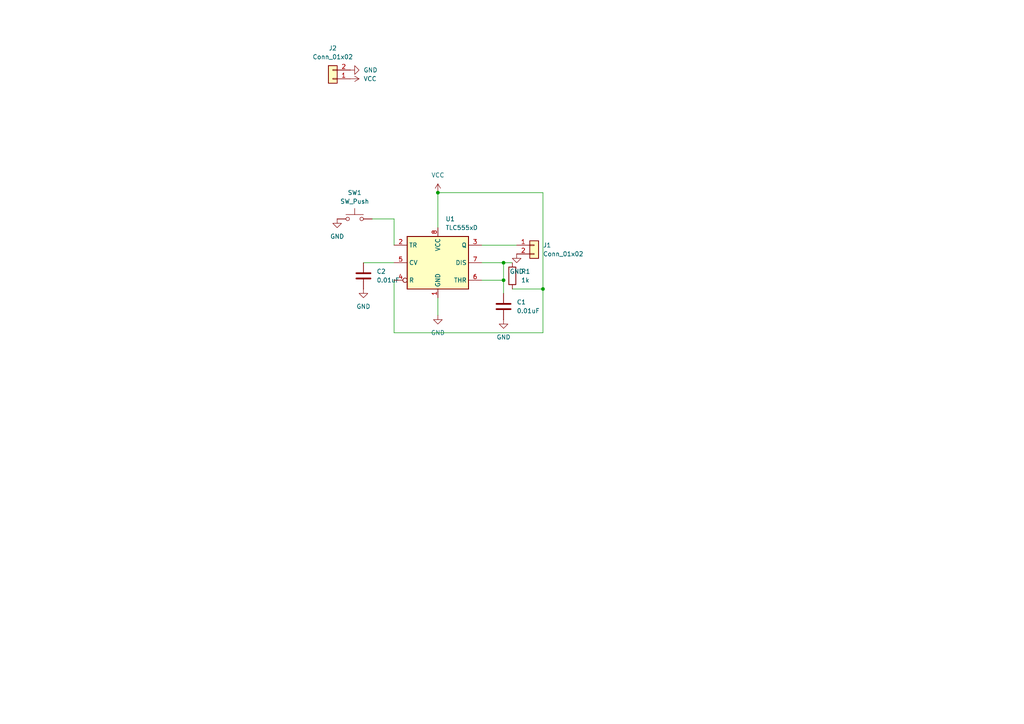
<source format=kicad_sch>
(kicad_sch
	(version 20231120)
	(generator "eeschema")
	(generator_version "8.0")
	(uuid "ca5fc70e-2201-4d36-94a4-8fcc7ded6d39")
	(paper "A4")
	(lib_symbols
		(symbol "Connector_Generic:Conn_01x02"
			(pin_names
				(offset 1.016) hide)
			(exclude_from_sim no)
			(in_bom yes)
			(on_board yes)
			(property "Reference" "J"
				(at 0 2.54 0)
				(effects
					(font
						(size 1.27 1.27)
					)
				)
			)
			(property "Value" "Conn_01x02"
				(at 0 -5.08 0)
				(effects
					(font
						(size 1.27 1.27)
					)
				)
			)
			(property "Footprint" ""
				(at 0 0 0)
				(effects
					(font
						(size 1.27 1.27)
					)
					(hide yes)
				)
			)
			(property "Datasheet" "~"
				(at 0 0 0)
				(effects
					(font
						(size 1.27 1.27)
					)
					(hide yes)
				)
			)
			(property "Description" "Generic connector, single row, 01x02, script generated (kicad-library-utils/schlib/autogen/connector/)"
				(at 0 0 0)
				(effects
					(font
						(size 1.27 1.27)
					)
					(hide yes)
				)
			)
			(property "ki_keywords" "connector"
				(at 0 0 0)
				(effects
					(font
						(size 1.27 1.27)
					)
					(hide yes)
				)
			)
			(property "ki_fp_filters" "Connector*:*_1x??_*"
				(at 0 0 0)
				(effects
					(font
						(size 1.27 1.27)
					)
					(hide yes)
				)
			)
			(symbol "Conn_01x02_1_1"
				(rectangle
					(start -1.27 -2.413)
					(end 0 -2.667)
					(stroke
						(width 0.1524)
						(type default)
					)
					(fill
						(type none)
					)
				)
				(rectangle
					(start -1.27 0.127)
					(end 0 -0.127)
					(stroke
						(width 0.1524)
						(type default)
					)
					(fill
						(type none)
					)
				)
				(rectangle
					(start -1.27 1.27)
					(end 1.27 -3.81)
					(stroke
						(width 0.254)
						(type default)
					)
					(fill
						(type background)
					)
				)
				(pin passive line
					(at -5.08 0 0)
					(length 3.81)
					(name "Pin_1"
						(effects
							(font
								(size 1.27 1.27)
							)
						)
					)
					(number "1"
						(effects
							(font
								(size 1.27 1.27)
							)
						)
					)
				)
				(pin passive line
					(at -5.08 -2.54 0)
					(length 3.81)
					(name "Pin_2"
						(effects
							(font
								(size 1.27 1.27)
							)
						)
					)
					(number "2"
						(effects
							(font
								(size 1.27 1.27)
							)
						)
					)
				)
			)
		)
		(symbol "Device:C"
			(pin_numbers hide)
			(pin_names
				(offset 0.254)
			)
			(exclude_from_sim no)
			(in_bom yes)
			(on_board yes)
			(property "Reference" "C"
				(at 0.635 2.54 0)
				(effects
					(font
						(size 1.27 1.27)
					)
					(justify left)
				)
			)
			(property "Value" "C"
				(at 0.635 -2.54 0)
				(effects
					(font
						(size 1.27 1.27)
					)
					(justify left)
				)
			)
			(property "Footprint" ""
				(at 0.9652 -3.81 0)
				(effects
					(font
						(size 1.27 1.27)
					)
					(hide yes)
				)
			)
			(property "Datasheet" "~"
				(at 0 0 0)
				(effects
					(font
						(size 1.27 1.27)
					)
					(hide yes)
				)
			)
			(property "Description" "Unpolarized capacitor"
				(at 0 0 0)
				(effects
					(font
						(size 1.27 1.27)
					)
					(hide yes)
				)
			)
			(property "ki_keywords" "cap capacitor"
				(at 0 0 0)
				(effects
					(font
						(size 1.27 1.27)
					)
					(hide yes)
				)
			)
			(property "ki_fp_filters" "C_*"
				(at 0 0 0)
				(effects
					(font
						(size 1.27 1.27)
					)
					(hide yes)
				)
			)
			(symbol "C_0_1"
				(polyline
					(pts
						(xy -2.032 -0.762) (xy 2.032 -0.762)
					)
					(stroke
						(width 0.508)
						(type default)
					)
					(fill
						(type none)
					)
				)
				(polyline
					(pts
						(xy -2.032 0.762) (xy 2.032 0.762)
					)
					(stroke
						(width 0.508)
						(type default)
					)
					(fill
						(type none)
					)
				)
			)
			(symbol "C_1_1"
				(pin passive line
					(at 0 3.81 270)
					(length 2.794)
					(name "~"
						(effects
							(font
								(size 1.27 1.27)
							)
						)
					)
					(number "1"
						(effects
							(font
								(size 1.27 1.27)
							)
						)
					)
				)
				(pin passive line
					(at 0 -3.81 90)
					(length 2.794)
					(name "~"
						(effects
							(font
								(size 1.27 1.27)
							)
						)
					)
					(number "2"
						(effects
							(font
								(size 1.27 1.27)
							)
						)
					)
				)
			)
		)
		(symbol "Device:R"
			(pin_numbers hide)
			(pin_names
				(offset 0)
			)
			(exclude_from_sim no)
			(in_bom yes)
			(on_board yes)
			(property "Reference" "R"
				(at 2.032 0 90)
				(effects
					(font
						(size 1.27 1.27)
					)
				)
			)
			(property "Value" "R"
				(at 0 0 90)
				(effects
					(font
						(size 1.27 1.27)
					)
				)
			)
			(property "Footprint" ""
				(at -1.778 0 90)
				(effects
					(font
						(size 1.27 1.27)
					)
					(hide yes)
				)
			)
			(property "Datasheet" "~"
				(at 0 0 0)
				(effects
					(font
						(size 1.27 1.27)
					)
					(hide yes)
				)
			)
			(property "Description" "Resistor"
				(at 0 0 0)
				(effects
					(font
						(size 1.27 1.27)
					)
					(hide yes)
				)
			)
			(property "ki_keywords" "R res resistor"
				(at 0 0 0)
				(effects
					(font
						(size 1.27 1.27)
					)
					(hide yes)
				)
			)
			(property "ki_fp_filters" "R_*"
				(at 0 0 0)
				(effects
					(font
						(size 1.27 1.27)
					)
					(hide yes)
				)
			)
			(symbol "R_0_1"
				(rectangle
					(start -1.016 -2.54)
					(end 1.016 2.54)
					(stroke
						(width 0.254)
						(type default)
					)
					(fill
						(type none)
					)
				)
			)
			(symbol "R_1_1"
				(pin passive line
					(at 0 3.81 270)
					(length 1.27)
					(name "~"
						(effects
							(font
								(size 1.27 1.27)
							)
						)
					)
					(number "1"
						(effects
							(font
								(size 1.27 1.27)
							)
						)
					)
				)
				(pin passive line
					(at 0 -3.81 90)
					(length 1.27)
					(name "~"
						(effects
							(font
								(size 1.27 1.27)
							)
						)
					)
					(number "2"
						(effects
							(font
								(size 1.27 1.27)
							)
						)
					)
				)
			)
		)
		(symbol "Switch:SW_Push"
			(pin_numbers hide)
			(pin_names
				(offset 1.016) hide)
			(exclude_from_sim no)
			(in_bom yes)
			(on_board yes)
			(property "Reference" "SW"
				(at 1.27 2.54 0)
				(effects
					(font
						(size 1.27 1.27)
					)
					(justify left)
				)
			)
			(property "Value" "SW_Push"
				(at 0 -1.524 0)
				(effects
					(font
						(size 1.27 1.27)
					)
				)
			)
			(property "Footprint" ""
				(at 0 5.08 0)
				(effects
					(font
						(size 1.27 1.27)
					)
					(hide yes)
				)
			)
			(property "Datasheet" "~"
				(at 0 5.08 0)
				(effects
					(font
						(size 1.27 1.27)
					)
					(hide yes)
				)
			)
			(property "Description" "Push button switch, generic, two pins"
				(at 0 0 0)
				(effects
					(font
						(size 1.27 1.27)
					)
					(hide yes)
				)
			)
			(property "ki_keywords" "switch normally-open pushbutton push-button"
				(at 0 0 0)
				(effects
					(font
						(size 1.27 1.27)
					)
					(hide yes)
				)
			)
			(symbol "SW_Push_0_1"
				(circle
					(center -2.032 0)
					(radius 0.508)
					(stroke
						(width 0)
						(type default)
					)
					(fill
						(type none)
					)
				)
				(polyline
					(pts
						(xy 0 1.27) (xy 0 3.048)
					)
					(stroke
						(width 0)
						(type default)
					)
					(fill
						(type none)
					)
				)
				(polyline
					(pts
						(xy 2.54 1.27) (xy -2.54 1.27)
					)
					(stroke
						(width 0)
						(type default)
					)
					(fill
						(type none)
					)
				)
				(circle
					(center 2.032 0)
					(radius 0.508)
					(stroke
						(width 0)
						(type default)
					)
					(fill
						(type none)
					)
				)
				(pin passive line
					(at -5.08 0 0)
					(length 2.54)
					(name "1"
						(effects
							(font
								(size 1.27 1.27)
							)
						)
					)
					(number "1"
						(effects
							(font
								(size 1.27 1.27)
							)
						)
					)
				)
				(pin passive line
					(at 5.08 0 180)
					(length 2.54)
					(name "2"
						(effects
							(font
								(size 1.27 1.27)
							)
						)
					)
					(number "2"
						(effects
							(font
								(size 1.27 1.27)
							)
						)
					)
				)
			)
		)
		(symbol "Timer:TLC555xD"
			(exclude_from_sim no)
			(in_bom yes)
			(on_board yes)
			(property "Reference" "U"
				(at -10.16 8.89 0)
				(effects
					(font
						(size 1.27 1.27)
					)
					(justify left)
				)
			)
			(property "Value" "TLC555xD"
				(at 2.54 8.89 0)
				(effects
					(font
						(size 1.27 1.27)
					)
					(justify left)
				)
			)
			(property "Footprint" "Package_SO:SOIC-8_3.9x4.9mm_P1.27mm"
				(at 21.59 -10.16 0)
				(effects
					(font
						(size 1.27 1.27)
					)
					(hide yes)
				)
			)
			(property "Datasheet" "http://www.ti.com/lit/ds/symlink/tlc555.pdf"
				(at 21.59 -10.16 0)
				(effects
					(font
						(size 1.27 1.27)
					)
					(hide yes)
				)
			)
			(property "Description" "Single LinCMOS Timer, 555 compatible, SOIC-8"
				(at 0 0 0)
				(effects
					(font
						(size 1.27 1.27)
					)
					(hide yes)
				)
			)
			(property "ki_keywords" "single timer 555"
				(at 0 0 0)
				(effects
					(font
						(size 1.27 1.27)
					)
					(hide yes)
				)
			)
			(property "ki_fp_filters" "SOIC*3.9x4.9mm*P1.27mm*"
				(at 0 0 0)
				(effects
					(font
						(size 1.27 1.27)
					)
					(hide yes)
				)
			)
			(symbol "TLC555xD_0_0"
				(pin power_in line
					(at 0 -10.16 90)
					(length 2.54)
					(name "GND"
						(effects
							(font
								(size 1.27 1.27)
							)
						)
					)
					(number "1"
						(effects
							(font
								(size 1.27 1.27)
							)
						)
					)
				)
				(pin power_in line
					(at 0 10.16 270)
					(length 2.54)
					(name "VCC"
						(effects
							(font
								(size 1.27 1.27)
							)
						)
					)
					(number "8"
						(effects
							(font
								(size 1.27 1.27)
							)
						)
					)
				)
			)
			(symbol "TLC555xD_0_1"
				(rectangle
					(start -8.89 -7.62)
					(end 8.89 7.62)
					(stroke
						(width 0.254)
						(type default)
					)
					(fill
						(type background)
					)
				)
				(rectangle
					(start -8.89 -7.62)
					(end 8.89 7.62)
					(stroke
						(width 0.254)
						(type default)
					)
					(fill
						(type background)
					)
				)
			)
			(symbol "TLC555xD_1_1"
				(pin input line
					(at -12.7 5.08 0)
					(length 3.81)
					(name "TR"
						(effects
							(font
								(size 1.27 1.27)
							)
						)
					)
					(number "2"
						(effects
							(font
								(size 1.27 1.27)
							)
						)
					)
				)
				(pin output line
					(at 12.7 5.08 180)
					(length 3.81)
					(name "Q"
						(effects
							(font
								(size 1.27 1.27)
							)
						)
					)
					(number "3"
						(effects
							(font
								(size 1.27 1.27)
							)
						)
					)
				)
				(pin input inverted
					(at -12.7 -5.08 0)
					(length 3.81)
					(name "R"
						(effects
							(font
								(size 1.27 1.27)
							)
						)
					)
					(number "4"
						(effects
							(font
								(size 1.27 1.27)
							)
						)
					)
				)
				(pin input line
					(at -12.7 0 0)
					(length 3.81)
					(name "CV"
						(effects
							(font
								(size 1.27 1.27)
							)
						)
					)
					(number "5"
						(effects
							(font
								(size 1.27 1.27)
							)
						)
					)
				)
				(pin input line
					(at 12.7 -5.08 180)
					(length 3.81)
					(name "THR"
						(effects
							(font
								(size 1.27 1.27)
							)
						)
					)
					(number "6"
						(effects
							(font
								(size 1.27 1.27)
							)
						)
					)
				)
				(pin input line
					(at 12.7 0 180)
					(length 3.81)
					(name "DIS"
						(effects
							(font
								(size 1.27 1.27)
							)
						)
					)
					(number "7"
						(effects
							(font
								(size 1.27 1.27)
							)
						)
					)
				)
			)
		)
		(symbol "power:GND"
			(power)
			(pin_numbers hide)
			(pin_names
				(offset 0) hide)
			(exclude_from_sim no)
			(in_bom yes)
			(on_board yes)
			(property "Reference" "#PWR"
				(at 0 -6.35 0)
				(effects
					(font
						(size 1.27 1.27)
					)
					(hide yes)
				)
			)
			(property "Value" "GND"
				(at 0 -3.81 0)
				(effects
					(font
						(size 1.27 1.27)
					)
				)
			)
			(property "Footprint" ""
				(at 0 0 0)
				(effects
					(font
						(size 1.27 1.27)
					)
					(hide yes)
				)
			)
			(property "Datasheet" ""
				(at 0 0 0)
				(effects
					(font
						(size 1.27 1.27)
					)
					(hide yes)
				)
			)
			(property "Description" "Power symbol creates a global label with name \"GND\" , ground"
				(at 0 0 0)
				(effects
					(font
						(size 1.27 1.27)
					)
					(hide yes)
				)
			)
			(property "ki_keywords" "global power"
				(at 0 0 0)
				(effects
					(font
						(size 1.27 1.27)
					)
					(hide yes)
				)
			)
			(symbol "GND_0_1"
				(polyline
					(pts
						(xy 0 0) (xy 0 -1.27) (xy 1.27 -1.27) (xy 0 -2.54) (xy -1.27 -1.27) (xy 0 -1.27)
					)
					(stroke
						(width 0)
						(type default)
					)
					(fill
						(type none)
					)
				)
			)
			(symbol "GND_1_1"
				(pin power_in line
					(at 0 0 270)
					(length 0)
					(name "~"
						(effects
							(font
								(size 1.27 1.27)
							)
						)
					)
					(number "1"
						(effects
							(font
								(size 1.27 1.27)
							)
						)
					)
				)
			)
		)
		(symbol "power:VCC"
			(power)
			(pin_numbers hide)
			(pin_names
				(offset 0) hide)
			(exclude_from_sim no)
			(in_bom yes)
			(on_board yes)
			(property "Reference" "#PWR"
				(at 0 -3.81 0)
				(effects
					(font
						(size 1.27 1.27)
					)
					(hide yes)
				)
			)
			(property "Value" "VCC"
				(at 0 3.556 0)
				(effects
					(font
						(size 1.27 1.27)
					)
				)
			)
			(property "Footprint" ""
				(at 0 0 0)
				(effects
					(font
						(size 1.27 1.27)
					)
					(hide yes)
				)
			)
			(property "Datasheet" ""
				(at 0 0 0)
				(effects
					(font
						(size 1.27 1.27)
					)
					(hide yes)
				)
			)
			(property "Description" "Power symbol creates a global label with name \"VCC\""
				(at 0 0 0)
				(effects
					(font
						(size 1.27 1.27)
					)
					(hide yes)
				)
			)
			(property "ki_keywords" "global power"
				(at 0 0 0)
				(effects
					(font
						(size 1.27 1.27)
					)
					(hide yes)
				)
			)
			(symbol "VCC_0_1"
				(polyline
					(pts
						(xy -0.762 1.27) (xy 0 2.54)
					)
					(stroke
						(width 0)
						(type default)
					)
					(fill
						(type none)
					)
				)
				(polyline
					(pts
						(xy 0 0) (xy 0 2.54)
					)
					(stroke
						(width 0)
						(type default)
					)
					(fill
						(type none)
					)
				)
				(polyline
					(pts
						(xy 0 2.54) (xy 0.762 1.27)
					)
					(stroke
						(width 0)
						(type default)
					)
					(fill
						(type none)
					)
				)
			)
			(symbol "VCC_1_1"
				(pin power_in line
					(at 0 0 90)
					(length 0)
					(name "~"
						(effects
							(font
								(size 1.27 1.27)
							)
						)
					)
					(number "1"
						(effects
							(font
								(size 1.27 1.27)
							)
						)
					)
				)
			)
		)
	)
	(junction
		(at 146.05 76.2)
		(diameter 0)
		(color 0 0 0 0)
		(uuid "60331fc7-6359-4512-a2a3-77eb38b55a99")
	)
	(junction
		(at 127 55.88)
		(diameter 0)
		(color 0 0 0 0)
		(uuid "bf55870f-0eab-4525-9f9b-c3057cff052c")
	)
	(junction
		(at 157.48 83.82)
		(diameter 0)
		(color 0 0 0 0)
		(uuid "c0897893-3123-46d1-ad3f-59327fc695a2")
	)
	(junction
		(at 146.05 81.28)
		(diameter 0)
		(color 0 0 0 0)
		(uuid "e90df725-7808-49b3-9d9f-79dbe42120f0")
	)
	(wire
		(pts
			(xy 157.48 83.82) (xy 157.48 55.88)
		)
		(stroke
			(width 0)
			(type default)
		)
		(uuid "17b56c24-7910-44b7-85cc-f55eb7f46c27")
	)
	(wire
		(pts
			(xy 148.59 83.82) (xy 157.48 83.82)
		)
		(stroke
			(width 0)
			(type default)
		)
		(uuid "3f3f17d6-e908-441b-b261-5221e78a0c42")
	)
	(wire
		(pts
			(xy 146.05 81.28) (xy 146.05 85.09)
		)
		(stroke
			(width 0)
			(type default)
		)
		(uuid "484ad8af-cd38-4fde-83b1-4fb11c80a2a7")
	)
	(wire
		(pts
			(xy 107.95 63.5) (xy 114.3 63.5)
		)
		(stroke
			(width 0)
			(type default)
		)
		(uuid "510fa4d1-fea1-4116-ac93-7e8f1bb7bc7e")
	)
	(wire
		(pts
			(xy 139.7 71.12) (xy 149.86 71.12)
		)
		(stroke
			(width 0)
			(type default)
		)
		(uuid "56583345-1015-44cd-890e-1183500443fd")
	)
	(wire
		(pts
			(xy 114.3 96.52) (xy 157.48 96.52)
		)
		(stroke
			(width 0)
			(type default)
		)
		(uuid "5e48f0b0-7acc-4bb8-9e7c-6ded43da55e4")
	)
	(wire
		(pts
			(xy 127 55.88) (xy 157.48 55.88)
		)
		(stroke
			(width 0)
			(type default)
		)
		(uuid "88c1db89-b94c-42a4-8074-1e214b5d75e2")
	)
	(wire
		(pts
			(xy 114.3 63.5) (xy 114.3 71.12)
		)
		(stroke
			(width 0)
			(type default)
		)
		(uuid "940746bd-fde7-45b0-8ec8-2b6c2eb730bb")
	)
	(wire
		(pts
			(xy 146.05 76.2) (xy 148.59 76.2)
		)
		(stroke
			(width 0)
			(type default)
		)
		(uuid "a2f5ee60-e6a5-4e15-a6e2-3d9986753acf")
	)
	(wire
		(pts
			(xy 127 55.88) (xy 127 66.04)
		)
		(stroke
			(width 0)
			(type default)
		)
		(uuid "b43c2cd2-da9e-48cb-bae5-4b465f6d78a8")
	)
	(wire
		(pts
			(xy 127 86.36) (xy 127 91.44)
		)
		(stroke
			(width 0)
			(type default)
		)
		(uuid "c27507e8-ccdb-4615-b49b-9fe4309ea17d")
	)
	(wire
		(pts
			(xy 146.05 81.28) (xy 139.7 81.28)
		)
		(stroke
			(width 0)
			(type default)
		)
		(uuid "c84d4c7d-368a-411c-a5a3-3c9ea1b8cada")
	)
	(wire
		(pts
			(xy 157.48 96.52) (xy 157.48 83.82)
		)
		(stroke
			(width 0)
			(type default)
		)
		(uuid "c99efb8b-94a0-4937-997b-3dc838eb32d1")
	)
	(wire
		(pts
			(xy 146.05 76.2) (xy 146.05 81.28)
		)
		(stroke
			(width 0)
			(type default)
		)
		(uuid "e4990d53-d09f-4127-ada6-31456588c583")
	)
	(wire
		(pts
			(xy 139.7 76.2) (xy 146.05 76.2)
		)
		(stroke
			(width 0)
			(type default)
		)
		(uuid "ed484cfc-738d-4a93-9c2a-1aafb36cdde7")
	)
	(wire
		(pts
			(xy 105.41 76.2) (xy 114.3 76.2)
		)
		(stroke
			(width 0)
			(type default)
		)
		(uuid "f6656518-2e4b-411b-afeb-5735d25c04c7")
	)
	(wire
		(pts
			(xy 114.3 81.28) (xy 114.3 96.52)
		)
		(stroke
			(width 0)
			(type default)
		)
		(uuid "ff089fdb-264c-4b21-9329-a278cb773600")
	)
	(symbol
		(lib_id "power:VCC")
		(at 101.6 22.86 270)
		(unit 1)
		(exclude_from_sim no)
		(in_bom yes)
		(on_board yes)
		(dnp no)
		(fields_autoplaced yes)
		(uuid "20df21c4-5695-4a44-b786-0508fe54b9da")
		(property "Reference" "#PWR08"
			(at 97.79 22.86 0)
			(effects
				(font
					(size 1.27 1.27)
				)
				(hide yes)
			)
		)
		(property "Value" "VCC"
			(at 105.41 22.8599 90)
			(effects
				(font
					(size 1.27 1.27)
				)
				(justify left)
			)
		)
		(property "Footprint" ""
			(at 101.6 22.86 0)
			(effects
				(font
					(size 1.27 1.27)
				)
				(hide yes)
			)
		)
		(property "Datasheet" ""
			(at 101.6 22.86 0)
			(effects
				(font
					(size 1.27 1.27)
				)
				(hide yes)
			)
		)
		(property "Description" "Power symbol creates a global label with name \"VCC\""
			(at 101.6 22.86 0)
			(effects
				(font
					(size 1.27 1.27)
				)
				(hide yes)
			)
		)
		(pin "1"
			(uuid "8994ec3e-2def-44d2-bca4-9362fe23aaf8")
		)
		(instances
			(project ""
				(path "/ca5fc70e-2201-4d36-94a4-8fcc7ded6d39"
					(reference "#PWR08")
					(unit 1)
				)
			)
		)
	)
	(symbol
		(lib_id "Connector_Generic:Conn_01x02")
		(at 96.52 22.86 180)
		(unit 1)
		(exclude_from_sim no)
		(in_bom yes)
		(on_board yes)
		(dnp no)
		(fields_autoplaced yes)
		(uuid "25d46277-d30b-4448-af0c-5fc1d7e3903c")
		(property "Reference" "J2"
			(at 96.52 13.97 0)
			(effects
				(font
					(size 1.27 1.27)
				)
			)
		)
		(property "Value" "Conn_01x02"
			(at 96.52 16.51 0)
			(effects
				(font
					(size 1.27 1.27)
				)
			)
		)
		(property "Footprint" "chris_footprint:output connector"
			(at 96.52 22.86 0)
			(effects
				(font
					(size 1.27 1.27)
				)
				(hide yes)
			)
		)
		(property "Datasheet" "~"
			(at 96.52 22.86 0)
			(effects
				(font
					(size 1.27 1.27)
				)
				(hide yes)
			)
		)
		(property "Description" "Generic connector, single row, 01x02, script generated (kicad-library-utils/schlib/autogen/connector/)"
			(at 96.52 22.86 0)
			(effects
				(font
					(size 1.27 1.27)
				)
				(hide yes)
			)
		)
		(pin "1"
			(uuid "e1c0aad7-eb6f-4c38-9d46-a8d342c23c11")
		)
		(pin "2"
			(uuid "5cdd3ff9-b10f-4daf-b3b1-27c502e827a6")
		)
		(instances
			(project "monostable"
				(path "/ca5fc70e-2201-4d36-94a4-8fcc7ded6d39"
					(reference "J2")
					(unit 1)
				)
			)
		)
	)
	(symbol
		(lib_id "Connector_Generic:Conn_01x02")
		(at 154.94 71.12 0)
		(unit 1)
		(exclude_from_sim no)
		(in_bom yes)
		(on_board yes)
		(dnp no)
		(fields_autoplaced yes)
		(uuid "2cd8850f-5fb1-4c21-b5b6-63bf0199be4b")
		(property "Reference" "J1"
			(at 157.48 71.1199 0)
			(effects
				(font
					(size 1.27 1.27)
				)
				(justify left)
			)
		)
		(property "Value" "Conn_01x02"
			(at 157.48 73.6599 0)
			(effects
				(font
					(size 1.27 1.27)
				)
				(justify left)
			)
		)
		(property "Footprint" "chris_footprint:output connector"
			(at 154.94 71.12 0)
			(effects
				(font
					(size 1.27 1.27)
				)
				(hide yes)
			)
		)
		(property "Datasheet" "~"
			(at 154.94 71.12 0)
			(effects
				(font
					(size 1.27 1.27)
				)
				(hide yes)
			)
		)
		(property "Description" "Generic connector, single row, 01x02, script generated (kicad-library-utils/schlib/autogen/connector/)"
			(at 154.94 71.12 0)
			(effects
				(font
					(size 1.27 1.27)
				)
				(hide yes)
			)
		)
		(pin "1"
			(uuid "32585a39-65a2-4cea-bfd9-15532cde44a0")
		)
		(pin "2"
			(uuid "cb3edec8-244b-45aa-b641-4c7da40426ff")
		)
		(instances
			(project ""
				(path "/ca5fc70e-2201-4d36-94a4-8fcc7ded6d39"
					(reference "J1")
					(unit 1)
				)
			)
		)
	)
	(symbol
		(lib_id "power:VCC")
		(at 127 55.88 0)
		(unit 1)
		(exclude_from_sim no)
		(in_bom yes)
		(on_board yes)
		(dnp no)
		(fields_autoplaced yes)
		(uuid "377e5796-9dc3-4d80-b954-cbc19d945d1f")
		(property "Reference" "#PWR04"
			(at 127 59.69 0)
			(effects
				(font
					(size 1.27 1.27)
				)
				(hide yes)
			)
		)
		(property "Value" "VCC"
			(at 127 50.8 0)
			(effects
				(font
					(size 1.27 1.27)
				)
			)
		)
		(property "Footprint" ""
			(at 127 55.88 0)
			(effects
				(font
					(size 1.27 1.27)
				)
				(hide yes)
			)
		)
		(property "Datasheet" ""
			(at 127 55.88 0)
			(effects
				(font
					(size 1.27 1.27)
				)
				(hide yes)
			)
		)
		(property "Description" "Power symbol creates a global label with name \"VCC\""
			(at 127 55.88 0)
			(effects
				(font
					(size 1.27 1.27)
				)
				(hide yes)
			)
		)
		(pin "1"
			(uuid "2593c119-3bbf-4605-a254-0c72b4fff27a")
		)
		(instances
			(project ""
				(path "/ca5fc70e-2201-4d36-94a4-8fcc7ded6d39"
					(reference "#PWR04")
					(unit 1)
				)
			)
		)
	)
	(symbol
		(lib_id "power:GND")
		(at 101.6 20.32 90)
		(unit 1)
		(exclude_from_sim no)
		(in_bom yes)
		(on_board yes)
		(dnp no)
		(fields_autoplaced yes)
		(uuid "4a8c0473-a974-4abc-bae1-101bc1635652")
		(property "Reference" "#PWR07"
			(at 107.95 20.32 0)
			(effects
				(font
					(size 1.27 1.27)
				)
				(hide yes)
			)
		)
		(property "Value" "GND"
			(at 105.41 20.3199 90)
			(effects
				(font
					(size 1.27 1.27)
				)
				(justify right)
			)
		)
		(property "Footprint" ""
			(at 101.6 20.32 0)
			(effects
				(font
					(size 1.27 1.27)
				)
				(hide yes)
			)
		)
		(property "Datasheet" ""
			(at 101.6 20.32 0)
			(effects
				(font
					(size 1.27 1.27)
				)
				(hide yes)
			)
		)
		(property "Description" "Power symbol creates a global label with name \"GND\" , ground"
			(at 101.6 20.32 0)
			(effects
				(font
					(size 1.27 1.27)
				)
				(hide yes)
			)
		)
		(pin "1"
			(uuid "e6ae6a58-ef9b-4392-91b7-796ab079873e")
		)
		(instances
			(project "monostable"
				(path "/ca5fc70e-2201-4d36-94a4-8fcc7ded6d39"
					(reference "#PWR07")
					(unit 1)
				)
			)
		)
	)
	(symbol
		(lib_id "power:GND")
		(at 127 91.44 0)
		(unit 1)
		(exclude_from_sim no)
		(in_bom yes)
		(on_board yes)
		(dnp no)
		(fields_autoplaced yes)
		(uuid "7272422f-63bd-4647-8b71-89198c026628")
		(property "Reference" "#PWR01"
			(at 127 97.79 0)
			(effects
				(font
					(size 1.27 1.27)
				)
				(hide yes)
			)
		)
		(property "Value" "GND"
			(at 127 96.52 0)
			(effects
				(font
					(size 1.27 1.27)
				)
			)
		)
		(property "Footprint" ""
			(at 127 91.44 0)
			(effects
				(font
					(size 1.27 1.27)
				)
				(hide yes)
			)
		)
		(property "Datasheet" ""
			(at 127 91.44 0)
			(effects
				(font
					(size 1.27 1.27)
				)
				(hide yes)
			)
		)
		(property "Description" "Power symbol creates a global label with name \"GND\" , ground"
			(at 127 91.44 0)
			(effects
				(font
					(size 1.27 1.27)
				)
				(hide yes)
			)
		)
		(pin "1"
			(uuid "c191cf87-434c-4246-8db9-53d2f47818c6")
		)
		(instances
			(project "monostable"
				(path "/ca5fc70e-2201-4d36-94a4-8fcc7ded6d39"
					(reference "#PWR01")
					(unit 1)
				)
			)
		)
	)
	(symbol
		(lib_id "power:GND")
		(at 97.79 63.5 0)
		(unit 1)
		(exclude_from_sim no)
		(in_bom yes)
		(on_board yes)
		(dnp no)
		(fields_autoplaced yes)
		(uuid "78d31034-d154-4f30-8ab0-fa5486ad7d03")
		(property "Reference" "#PWR06"
			(at 97.79 69.85 0)
			(effects
				(font
					(size 1.27 1.27)
				)
				(hide yes)
			)
		)
		(property "Value" "GND"
			(at 97.79 68.58 0)
			(effects
				(font
					(size 1.27 1.27)
				)
			)
		)
		(property "Footprint" ""
			(at 97.79 63.5 0)
			(effects
				(font
					(size 1.27 1.27)
				)
				(hide yes)
			)
		)
		(property "Datasheet" ""
			(at 97.79 63.5 0)
			(effects
				(font
					(size 1.27 1.27)
				)
				(hide yes)
			)
		)
		(property "Description" "Power symbol creates a global label with name \"GND\" , ground"
			(at 97.79 63.5 0)
			(effects
				(font
					(size 1.27 1.27)
				)
				(hide yes)
			)
		)
		(pin "1"
			(uuid "fc1b7a0b-dcfb-48fd-80bb-768024d49dcf")
		)
		(instances
			(project ""
				(path "/ca5fc70e-2201-4d36-94a4-8fcc7ded6d39"
					(reference "#PWR06")
					(unit 1)
				)
			)
		)
	)
	(symbol
		(lib_id "power:GND")
		(at 146.05 92.71 0)
		(unit 1)
		(exclude_from_sim no)
		(in_bom yes)
		(on_board yes)
		(dnp no)
		(fields_autoplaced yes)
		(uuid "7e65ae0f-cf4c-48c5-86f6-152c213edd86")
		(property "Reference" "#PWR03"
			(at 146.05 99.06 0)
			(effects
				(font
					(size 1.27 1.27)
				)
				(hide yes)
			)
		)
		(property "Value" "GND"
			(at 146.05 97.79 0)
			(effects
				(font
					(size 1.27 1.27)
				)
			)
		)
		(property "Footprint" ""
			(at 146.05 92.71 0)
			(effects
				(font
					(size 1.27 1.27)
				)
				(hide yes)
			)
		)
		(property "Datasheet" ""
			(at 146.05 92.71 0)
			(effects
				(font
					(size 1.27 1.27)
				)
				(hide yes)
			)
		)
		(property "Description" "Power symbol creates a global label with name \"GND\" , ground"
			(at 146.05 92.71 0)
			(effects
				(font
					(size 1.27 1.27)
				)
				(hide yes)
			)
		)
		(pin "1"
			(uuid "24e6913b-b63c-45c7-b675-21b5683cdfa1")
		)
		(instances
			(project ""
				(path "/ca5fc70e-2201-4d36-94a4-8fcc7ded6d39"
					(reference "#PWR03")
					(unit 1)
				)
			)
		)
	)
	(symbol
		(lib_id "power:GND")
		(at 149.86 73.66 0)
		(unit 1)
		(exclude_from_sim no)
		(in_bom yes)
		(on_board yes)
		(dnp no)
		(fields_autoplaced yes)
		(uuid "a1bd95a7-a4cf-4279-a278-eb7ee604a884")
		(property "Reference" "#PWR02"
			(at 149.86 80.01 0)
			(effects
				(font
					(size 1.27 1.27)
				)
				(hide yes)
			)
		)
		(property "Value" "GND"
			(at 149.86 78.74 0)
			(effects
				(font
					(size 1.27 1.27)
				)
			)
		)
		(property "Footprint" ""
			(at 149.86 73.66 0)
			(effects
				(font
					(size 1.27 1.27)
				)
				(hide yes)
			)
		)
		(property "Datasheet" ""
			(at 149.86 73.66 0)
			(effects
				(font
					(size 1.27 1.27)
				)
				(hide yes)
			)
		)
		(property "Description" "Power symbol creates a global label with name \"GND\" , ground"
			(at 149.86 73.66 0)
			(effects
				(font
					(size 1.27 1.27)
				)
				(hide yes)
			)
		)
		(pin "1"
			(uuid "1c880c21-8105-419e-a255-73c60f901b9f")
		)
		(instances
			(project ""
				(path "/ca5fc70e-2201-4d36-94a4-8fcc7ded6d39"
					(reference "#PWR02")
					(unit 1)
				)
			)
		)
	)
	(symbol
		(lib_id "Switch:SW_Push")
		(at 102.87 63.5 0)
		(unit 1)
		(exclude_from_sim no)
		(in_bom yes)
		(on_board yes)
		(dnp no)
		(fields_autoplaced yes)
		(uuid "d208bad1-705e-45e6-b4cc-ae0e47de6d35")
		(property "Reference" "SW1"
			(at 102.87 55.88 0)
			(effects
				(font
					(size 1.27 1.27)
				)
			)
		)
		(property "Value" "SW_Push"
			(at 102.87 58.42 0)
			(effects
				(font
					(size 1.27 1.27)
				)
			)
		)
		(property "Footprint" "PTS815_SJM_250_SMTR_LFS:SW4_PTS815 SJM 250 SMTR LFS_CNK"
			(at 102.87 58.42 0)
			(effects
				(font
					(size 1.27 1.27)
				)
				(hide yes)
			)
		)
		(property "Datasheet" "~"
			(at 102.87 58.42 0)
			(effects
				(font
					(size 1.27 1.27)
				)
				(hide yes)
			)
		)
		(property "Description" "Push button switch, generic, two pins"
			(at 102.87 63.5 0)
			(effects
				(font
					(size 1.27 1.27)
				)
				(hide yes)
			)
		)
		(pin "1"
			(uuid "ae550591-aef0-408d-9a6e-667d5343c6e5")
		)
		(pin "2"
			(uuid "c644e0d6-2f81-4891-9483-7bcd0a2f1bb4")
		)
		(instances
			(project ""
				(path "/ca5fc70e-2201-4d36-94a4-8fcc7ded6d39"
					(reference "SW1")
					(unit 1)
				)
			)
		)
	)
	(symbol
		(lib_id "Timer:TLC555xD")
		(at 127 76.2 0)
		(unit 1)
		(exclude_from_sim no)
		(in_bom yes)
		(on_board yes)
		(dnp no)
		(fields_autoplaced yes)
		(uuid "e21a2f0d-920f-44d8-936e-bcfa16e989d1")
		(property "Reference" "U1"
			(at 129.1941 63.5 0)
			(effects
				(font
					(size 1.27 1.27)
				)
				(justify left)
			)
		)
		(property "Value" "TLC555xD"
			(at 129.1941 66.04 0)
			(effects
				(font
					(size 1.27 1.27)
				)
				(justify left)
			)
		)
		(property "Footprint" "Package_SO:SOIC-8_3.9x4.9mm_P1.27mm"
			(at 148.59 86.36 0)
			(effects
				(font
					(size 1.27 1.27)
				)
				(hide yes)
			)
		)
		(property "Datasheet" "http://www.ti.com/lit/ds/symlink/tlc555.pdf"
			(at 148.59 86.36 0)
			(effects
				(font
					(size 1.27 1.27)
				)
				(hide yes)
			)
		)
		(property "Description" "Single LinCMOS Timer, 555 compatible, SOIC-8"
			(at 127 76.2 0)
			(effects
				(font
					(size 1.27 1.27)
				)
				(hide yes)
			)
		)
		(pin "2"
			(uuid "78e3dd16-787d-4e07-b733-e492e8c8d9fa")
		)
		(pin "4"
			(uuid "b034c658-1ba0-4092-a4f7-7f0a9a8d1bcc")
		)
		(pin "8"
			(uuid "044a8173-be32-4014-8dbe-1025eca1f790")
		)
		(pin "7"
			(uuid "5b643c59-2956-460e-901c-f43052721514")
		)
		(pin "3"
			(uuid "2abfb045-3ccf-49e1-aa7b-03827ba32571")
		)
		(pin "1"
			(uuid "9b71fdb3-2a38-4cf5-8507-2d38b6227a55")
		)
		(pin "5"
			(uuid "fbfcba2e-9859-4992-8ba8-2829f2cb3652")
		)
		(pin "6"
			(uuid "930828a3-736d-4a30-adde-004983221b62")
		)
		(instances
			(project "monostable"
				(path "/ca5fc70e-2201-4d36-94a4-8fcc7ded6d39"
					(reference "U1")
					(unit 1)
				)
			)
		)
	)
	(symbol
		(lib_id "Device:R")
		(at 148.59 80.01 0)
		(unit 1)
		(exclude_from_sim no)
		(in_bom yes)
		(on_board yes)
		(dnp no)
		(fields_autoplaced yes)
		(uuid "e6855879-e58b-4e5a-b066-3e93f92fc359")
		(property "Reference" "R1"
			(at 151.13 78.7399 0)
			(effects
				(font
					(size 1.27 1.27)
				)
				(justify left)
			)
		)
		(property "Value" "1k"
			(at 151.13 81.2799 0)
			(effects
				(font
					(size 1.27 1.27)
				)
				(justify left)
			)
		)
		(property "Footprint" "Resistor_SMD:R_1206_3216Metric_Pad1.30x1.75mm_HandSolder"
			(at 146.812 80.01 90)
			(effects
				(font
					(size 1.27 1.27)
				)
				(hide yes)
			)
		)
		(property "Datasheet" "~"
			(at 148.59 80.01 0)
			(effects
				(font
					(size 1.27 1.27)
				)
				(hide yes)
			)
		)
		(property "Description" "Resistor"
			(at 148.59 80.01 0)
			(effects
				(font
					(size 1.27 1.27)
				)
				(hide yes)
			)
		)
		(pin "2"
			(uuid "0be13ff9-1367-49ce-9929-e2af97e71c95")
		)
		(pin "1"
			(uuid "2cf35fe7-87e8-4762-83d3-bca335e97771")
		)
		(instances
			(project ""
				(path "/ca5fc70e-2201-4d36-94a4-8fcc7ded6d39"
					(reference "R1")
					(unit 1)
				)
			)
		)
	)
	(symbol
		(lib_id "Device:C")
		(at 146.05 88.9 0)
		(unit 1)
		(exclude_from_sim no)
		(in_bom yes)
		(on_board yes)
		(dnp no)
		(fields_autoplaced yes)
		(uuid "e8e981e9-a29e-44ab-8654-29ceb6058026")
		(property "Reference" "C1"
			(at 149.86 87.6299 0)
			(effects
				(font
					(size 1.27 1.27)
				)
				(justify left)
			)
		)
		(property "Value" "0.01uF"
			(at 149.86 90.1699 0)
			(effects
				(font
					(size 1.27 1.27)
				)
				(justify left)
			)
		)
		(property "Footprint" "Capacitor_SMD:C_1206_3216Metric_Pad1.33x1.80mm_HandSolder"
			(at 147.0152 92.71 0)
			(effects
				(font
					(size 1.27 1.27)
				)
				(hide yes)
			)
		)
		(property "Datasheet" "~"
			(at 146.05 88.9 0)
			(effects
				(font
					(size 1.27 1.27)
				)
				(hide yes)
			)
		)
		(property "Description" "Unpolarized capacitor"
			(at 146.05 88.9 0)
			(effects
				(font
					(size 1.27 1.27)
				)
				(hide yes)
			)
		)
		(pin "1"
			(uuid "6464ee93-f047-4206-a35d-c9f7334fb99d")
		)
		(pin "2"
			(uuid "fdb779e6-0b44-4e62-9c1a-9534bec06d88")
		)
		(instances
			(project ""
				(path "/ca5fc70e-2201-4d36-94a4-8fcc7ded6d39"
					(reference "C1")
					(unit 1)
				)
			)
		)
	)
	(symbol
		(lib_id "power:GND")
		(at 105.41 83.82 0)
		(unit 1)
		(exclude_from_sim no)
		(in_bom yes)
		(on_board yes)
		(dnp no)
		(fields_autoplaced yes)
		(uuid "ed7dc1e6-cc1d-450c-8db7-f72725493a64")
		(property "Reference" "#PWR05"
			(at 105.41 90.17 0)
			(effects
				(font
					(size 1.27 1.27)
				)
				(hide yes)
			)
		)
		(property "Value" "GND"
			(at 105.41 88.9 0)
			(effects
				(font
					(size 1.27 1.27)
				)
			)
		)
		(property "Footprint" ""
			(at 105.41 83.82 0)
			(effects
				(font
					(size 1.27 1.27)
				)
				(hide yes)
			)
		)
		(property "Datasheet" ""
			(at 105.41 83.82 0)
			(effects
				(font
					(size 1.27 1.27)
				)
				(hide yes)
			)
		)
		(property "Description" "Power symbol creates a global label with name \"GND\" , ground"
			(at 105.41 83.82 0)
			(effects
				(font
					(size 1.27 1.27)
				)
				(hide yes)
			)
		)
		(pin "1"
			(uuid "a6d19628-5b39-436f-a99e-c079f5e02b02")
		)
		(instances
			(project "monostable"
				(path "/ca5fc70e-2201-4d36-94a4-8fcc7ded6d39"
					(reference "#PWR05")
					(unit 1)
				)
			)
		)
	)
	(symbol
		(lib_id "Device:C")
		(at 105.41 80.01 0)
		(unit 1)
		(exclude_from_sim no)
		(in_bom yes)
		(on_board yes)
		(dnp no)
		(fields_autoplaced yes)
		(uuid "fca7e3a7-c0d9-4ea4-94f5-491b25b8e432")
		(property "Reference" "C2"
			(at 109.22 78.7399 0)
			(effects
				(font
					(size 1.27 1.27)
				)
				(justify left)
			)
		)
		(property "Value" "0.01uF"
			(at 109.22 81.2799 0)
			(effects
				(font
					(size 1.27 1.27)
				)
				(justify left)
			)
		)
		(property "Footprint" "Capacitor_SMD:C_1206_3216Metric_Pad1.33x1.80mm_HandSolder"
			(at 106.3752 83.82 0)
			(effects
				(font
					(size 1.27 1.27)
				)
				(hide yes)
			)
		)
		(property "Datasheet" "~"
			(at 105.41 80.01 0)
			(effects
				(font
					(size 1.27 1.27)
				)
				(hide yes)
			)
		)
		(property "Description" "Unpolarized capacitor"
			(at 105.41 80.01 0)
			(effects
				(font
					(size 1.27 1.27)
				)
				(hide yes)
			)
		)
		(pin "1"
			(uuid "53e7acdb-5cb2-44fe-8c6a-26933b67afb0")
		)
		(pin "2"
			(uuid "142702b8-ae1e-4379-b733-a447db1f7701")
		)
		(instances
			(project ""
				(path "/ca5fc70e-2201-4d36-94a4-8fcc7ded6d39"
					(reference "C2")
					(unit 1)
				)
			)
		)
	)
	(sheet_instances
		(path "/"
			(page "1")
		)
	)
)

</source>
